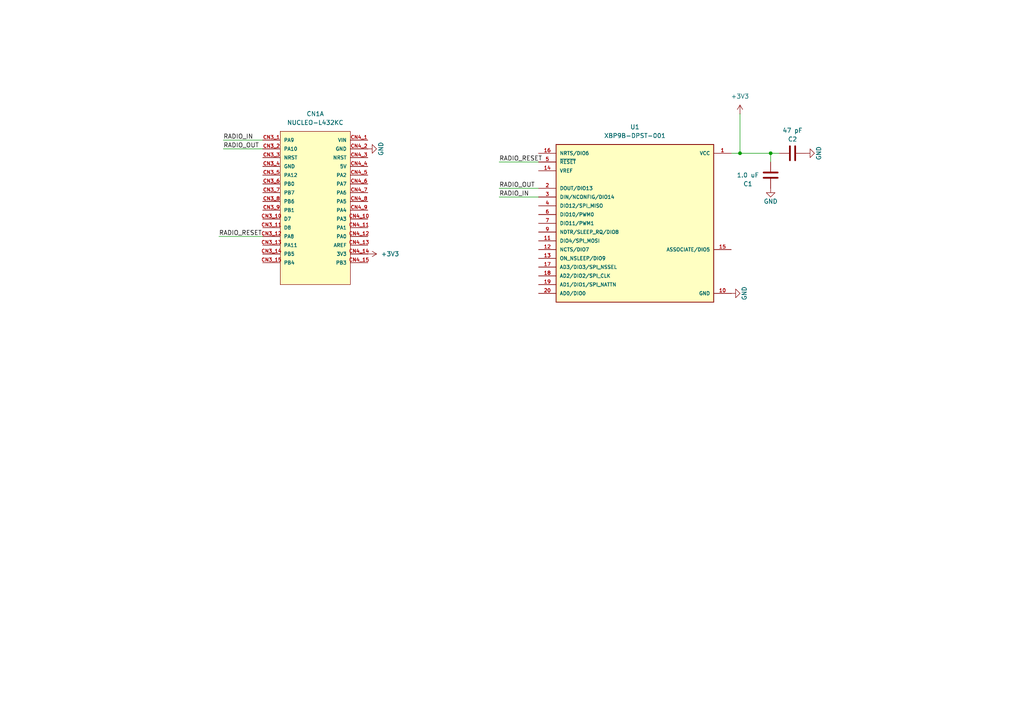
<source format=kicad_sch>
(kicad_sch (version 20231120) (generator "eeschema") (generator_version "8.0")
  (paper "A4")
  (lib_symbols
    (symbol "Device:C" (pin_numbers hide) (pin_names (offset 0.254))
      (property "Reference" "C" (at 0.635 2.54 0))
      (property "Value" "C" (at 0.635 -2.54 0))
      (symbol "C_0_1"
        (polyline (pts (xy -2.032 -0.762) (xy 2.032 -0.762)) (stroke (width 0.508)))
        (polyline (pts (xy -2.032 0.762) (xy 2.032 0.762)) (stroke (width 0.508)))
      )
      (symbol "C_1_1"
        (pin passive line (at 0 3.81 270) (length 2.794) (name "~") (number "1"))
        (pin passive line (at 0 -3.81 90) (length 2.794) (name "~") (number "2"))
      )
    )
    (symbol "FS_3_Global_Symbol_Library:NUCLEO-L432KC" (pin_names (offset 1.016))
      (property "Reference" "CN" (at 7.62 18.288 0))
      (property "Value" "NUCLEO-L432KC" (at -7.62 -25.4 0))
      (symbol "NUCLEO-L432KC_1_0"
        (rectangle (start -10.16 17.78) (end 10.16 -26.67) (stroke (width 0.1524)) (fill (type background)))
        (pin bidirectional line (at -15.24 15.24 0) (length 5.08) (name "PA9") (number "CN3_1"))
        (pin bidirectional line (at -15.24 -12.7 0) (length 5.08) (name "PA8") (number "CN3_12"))
        (pin bidirectional line (at -15.24 -15.24 0) (length 5.08) (name "PA11") (number "CN3_13"))
        (pin bidirectional line (at -15.24 -17.78 0) (length 5.08) (name "PB5") (number "CN3_14"))
        (pin bidirectional line (at -15.24 -20.32 0) (length 5.08) (name "PB4") (number "CN3_15"))
        (pin bidirectional line (at -15.24 12.7 0) (length 5.08) (name "PA10") (number "CN3_2"))
        (pin bidirectional line (at -15.24 5.08 0) (length 5.08) (name "PA12") (number "CN3_5"))
        (pin bidirectional line (at -15.24 2.54 0) (length 5.08) (name "PB0") (number "CN3_6"))
        (pin bidirectional line (at -15.24 0 0) (length 5.08) (name "PB7") (number "CN3_7"))
        (pin bidirectional line (at -15.24 -2.54 0) (length 5.08) (name "PB6") (number "CN3_8"))
        (pin bidirectional line (at -15.24 -5.08 0) (length 5.08) (name "PB1") (number "CN3_9"))
      )
      (symbol "NUCLEO-L432KC_1_1"
        (pin bidirectional line (at -15.24 -7.62 0) (length 5.08) (name "D7") (number "CN3_10"))
        (pin bidirectional line (at -15.24 -10.16 0) (length 5.08) (name "D8") (number "CN3_11"))
        (pin bidirectional line (at -15.24 10.16 0) (length 5.08) (name "NRST") (number "CN3_3"))
        (pin power_in line (at -15.24 7.62 0) (length 5.08) (name "GND") (number "CN3_4"))
        (pin power_in line (at 15.24 15.24 180) (length 5.08) (name "VIN") (number "CN4_1"))
        (pin bidirectional line (at 15.24 -7.62 180) (length 5.08) (name "PA3") (number "CN4_10"))
        (pin bidirectional line (at 15.24 -10.16 180) (length 5.08) (name "PA1") (number "CN4_11"))
        (pin bidirectional line (at 15.24 -12.7 180) (length 5.08) (name "PA0") (number "CN4_12"))
        (pin bidirectional line (at 15.24 -15.24 180) (length 5.08) (name "AREF") (number "CN4_13"))
        (pin power_out line (at 15.24 -17.78 180) (length 5.08) (name "3V3") (number "CN4_14"))
        (pin bidirectional line (at 15.24 -20.32 180) (length 5.08) (name "PB3") (number "CN4_15"))
        (pin power_in line (at 15.24 12.7 180) (length 5.08) (name "GND") (number "CN4_2"))
        (pin bidirectional line (at 15.24 10.16 180) (length 5.08) (name "NRST") (number "CN4_3"))
        (pin power_out line (at 15.24 7.62 180) (length 5.08) (name "5V") (number "CN4_4"))
        (pin bidirectional line (at 15.24 5.08 180) (length 5.08) (name "PA2") (number "CN4_5"))
        (pin bidirectional line (at 15.24 2.54 180) (length 5.08) (name "PA7") (number "CN4_6"))
        (pin bidirectional line (at 15.24 0 180) (length 5.08) (name "PA6") (number "CN4_7"))
        (pin bidirectional line (at 15.24 -2.54 180) (length 5.08) (name "PA5") (number "CN4_8"))
        (pin bidirectional line (at 15.24 -5.08 180) (length 5.08) (name "PA4") (number "CN4_9"))
      )
      (symbol "NUCLEO-L432KC_2_0"
        (rectangle (start -10.16 -17.78) (end 10.16 17.78) (stroke (width 0.1524)) (fill (type background)))
        (text "CN4" (at -10.16 18.542 0) (effects (font (size 1.778 1.778)) (justify left bottom)))
        (pin input line (at -15.24 7.62 0) (length 5.08) (name "VIN") (number "CN4_1"))
        (pin bidirectional line (at -15.24 -10.16 0) (length 5.08) (name "PA3") (number "CN4_10"))
        (pin bidirectional line (at -15.24 -5.08 0) (length 5.08) (name "PA1") (number "CN4_11"))
        (pin bidirectional line (at -15.24 -2.54 0) (length 5.08) (name "PA0") (number "CN4_12"))
        (pin bidirectional line (at 15.24 7.62 180) (length 5.08) (name "AREF") (number "CN4_13"))
        (pin power_in line (at 15.24 12.7 180) (length 5.08) (name "+3V3") (number "CN4_14"))
        (pin bidirectional line (at 15.24 2.54 180) (length 5.08) (name "PB3") (number "CN4_15"))
        (pin power_in line (at 15.24 -15.24 180) (length 5.08) (name "GND_CN4") (number "CN4_2"))
        (pin bidirectional line (at -15.24 2.54 0) (length 5.08) (name "NRST_CN4") (number "CN4_3"))
        (pin power_in line (at 15.24 15.24 180) (length 5.08) (name "+5V") (number "CN4_4"))
        (pin bidirectional line (at -15.24 -7.62 0) (length 5.08) (name "PA2") (number "CN4_5"))
        (pin bidirectional line (at 15.24 -10.16 180) (length 5.08) (name "PA7") (number "CN4_6"))
        (pin bidirectional line (at 15.24 -7.62 180) (length 5.08) (name "PA6") (number "CN4_7"))
        (pin bidirectional line (at 15.24 -5.08 180) (length 5.08) (name "PA5") (number "CN4_8"))
        (pin bidirectional line (at 15.24 -2.54 180) (length 5.08) (name "PA4") (number "CN4_9"))
      )
      (symbol "NUCLEO-L432KC_2_1"
        (pin bidirectional line (at 17.78 6.35 180) (length 5.08) (name "PA2") (number "-UB"))
      )
    )
    (symbol "FS_3_Global_Symbol_Library:XBP9B-DPST-001" (pin_names (offset 1.016))
      (property "Reference" "U" (at -22.9283 25.476 0))
      (property "Value" "XBP9B-DPST-001" (at -22.8929 -25.4366 0))
      (symbol "XBP9B-DPST-001_0_0"
        (rectangle (start -22.86 -22.86) (end 22.86 22.86) (stroke (width 0.254)) (fill (type background)))
        (pin power_in line (at 27.94 20.32 180) (length 5.08) (name "VCC") (number "1"))
        (pin power_in line (at 27.94 -20.32 180) (length 5.08) (name "GND") (number "10"))
        (pin bidirectional line (at -27.94 -5.08 0) (length 5.08) (name "DIO4/SPI_MOSI") (number "11"))
        (pin bidirectional line (at -27.94 -7.62 0) (length 5.08) (name "NCTS/DIO7") (number "12"))
        (pin bidirectional line (at -27.94 -10.16 0) (length 5.08) (name "ON_NSLEEP/DIO9") (number "13"))
        (pin input line (at -27.94 15.24 0) (length 5.08) (name "VREF") (number "14"))
        (pin output line (at 27.94 -7.62 180) (length 5.08) (name "ASSOCIATE/DIO5") (number "15"))
        (pin input line (at -27.94 20.32 0) (length 5.08) (name "NRTS/DIO6") (number "16"))
        (pin bidirectional line (at -27.94 -12.7 0) (length 5.08) (name "AD3/DIO3/SPI_NSSEL") (number "17"))
        (pin bidirectional line (at -27.94 -15.24 0) (length 5.08) (name "AD2/DIO2/SPI_CLK") (number "18"))
        (pin bidirectional line (at -27.94 -17.78 0) (length 5.08) (name "AD1/DIO1/SPI_NATTN") (number "19"))
        (pin bidirectional line (at -27.94 10.16 0) (length 5.08) (name "DOUT/DIO13") (number "2"))
        (pin bidirectional line (at -27.94 -20.32 0) (length 5.08) (name "AD0/DIO0") (number "20"))
        (pin bidirectional line (at -27.94 7.62 0) (length 5.08) (name "DIN/NCONFIG/DIO14") (number "3"))
        (pin bidirectional line (at -27.94 5.08 0) (length 5.08) (name "DIO12/SPI_MISO") (number "4"))
        (pin input line (at -27.94 17.78 0) (length 5.08) (name "~{RESET}") (number "5"))
        (pin bidirectional line (at -27.94 2.54 0) (length 5.08) (name "DIO10/PWM0") (number "6"))
        (pin bidirectional line (at -27.94 0 0) (length 5.08) (name "DIO11/PWM1") (number "7"))
        (pin bidirectional line (at -27.94 -2.54 0) (length 5.08) (name "NDTR/SLEEP_RQ/DIO8") (number "9"))
      )
    )
    (symbol "power:+5V" (power) (pin_numbers hide) (pin_names (offset 0) hide)
      (property "Value" "+5V" (at 0 3.556 0))
      (symbol "+5V_0_1"
        (polyline (pts (xy -0.762 1.27) (xy 0 2.54)))
        (polyline (pts (xy 0 0) (xy 0 2.54)))
        (polyline (pts (xy 0 2.54) (xy 0.762 1.27)))
      )
      (symbol "+5V_1_1"
        (pin power_in line (at 0 0 90) (length 0) (name "~") (number "1"))
      )
    )
    (symbol "power:GND" (power) (pin_numbers hide) (pin_names (offset 0) hide)
      (property "Value" "GND" (at 0 -3.81 0))
      (symbol "GND_0_1"
        (polyline (pts (xy 0 0) (xy 0 -1.27) (xy 1.27 -1.27) (xy 0 -2.54) (xy -1.27 -1.27) (xy 0 -1.27)))
      )
      (symbol "GND_1_1"
        (pin power_in line (at 0 0 270) (length 0) (name "~") (number "1"))
      )
    )
  )
  (junction (at 223.52 44.45))
  (junction (at 214.63 44.45))
  (wire (pts (xy 214.63 33.02) (xy 214.63 44.45)))
  (wire (pts (xy 76.2 68.58) (xy 63.5 68.58)))
  (wire (pts (xy 144.78 57.15) (xy 156.21 57.15)))
  (wire (pts (xy 144.78 54.61) (xy 156.21 54.61)))
  (wire (pts (xy 144.78 46.99) (xy 156.21 46.99)))
  (wire (pts (xy 223.52 44.45) (xy 223.52 46.99)))
  (wire (pts (xy 223.52 44.45) (xy 226.06 44.45)))
  (wire (pts (xy 212.09 44.45) (xy 214.63 44.45)))
  (wire (pts (xy 214.63 44.45) (xy 223.52 44.45)))
  (wire (pts (xy 64.77 40.64) (xy 76.2 40.64)))
  (wire (pts (xy 64.77 43.18) (xy 76.2 43.18)))
  (label "RADIO_OUT" (at 64.77 43.18 0))
  (label "RADIO_RESET" (at 144.78 46.99 0))
  (label "RADIO_RESET" (at 63.5 68.58 0))
  (label "RADIO_IN" (at 144.78 57.15 0))
  (label "RADIO_OUT" (at 144.78 54.61 0))
  (label "RADIO_IN" (at 64.77 40.64 0))
  (symbol (lib_id "power:GND") (at 106.68 43.18 90) (unit 1)
    (property "Reference" "#PWR06" (effects (hide yes)))
    (property "Value" "GND" (at 110.49 43.18 0))
  )
  (symbol (lib_id "Device:C") (at 223.52 50.8 0) (unit 1)
    (property "Reference" "C1" (at 216.916 53.34 0))
    (property "Value" "1.0 uF" (at 216.916 50.8 0))
    (property "Footprint" "Capacitor_SMD:C_0805_2012Metric_Pad1.18x1.45mm_HandSolder" (effects (hide yes)))
  )
  (symbol (lib_id "power:+5V") (at 214.63 33.02 0) (unit 1)
    (property "Reference" "#PWR05" (effects (hide yes)))
    (property "Value" "+3V3" (at 214.63 27.94 0))
  )
  (symbol (lib_id "power:GND") (at 212.09 85.09 90) (unit 1)
    (property "Reference" "#PWR01" (effects (hide yes)))
    (property "Value" "GND" (at 215.9 85.09 0))
  )
  (symbol (lib_id "FS_3_Global_Symbol_Library:XBP9B-DPST-001") (at 184.15 64.77 0) (unit 1)
    (property "Reference" "U1" (at 184.15 36.83 0))
    (property "Value" "XBP9B-DPST-001" (at 184.15 39.37 0))
    (property "Footprint" "FS_3_Global_Footprint_Library:XBP9B-DPST-001" (effects (hide yes)))
    (property "Datasheet" "https://www.digi.com/resources/documentation/digidocs/pdfs/90002173.pdf" (effects (hide yes)))
    (property "Description" "General ISM < 1GHz Transceiver Module 900MHz" (effects (hide yes)))
    (property "MANUFACTURER" "Digi International" (effects (hide yes)))
  )
  (symbol (lib_id "power:+5V") (at 106.68 73.66 270) (unit 1)
    (property "Reference" "#PWR03" (effects (hide yes)))
    (property "Value" "+3V3" (at 110.49 73.6599 90) (effects (justify left)))
  )
  (symbol (lib_id "FS_3_Global_Symbol_Library:NUCLEO-L432KC") (at 91.44 55.88 0) (unit 1)
    (property "Reference" "CN1" (at 91.44 33.02 0))
    (property "Value" "NUCLEO-L432KC" (at 91.44 35.56 0))
    (property "Footprint" "FS_3_Global_Footprint_Library:NUCLEO-L432KC" (effects (hide yes)))
    (property "Description" "STM32 Microcontroller" (effects (hide yes)))
    (property "PARTREV" "N/A" (effects (hide yes)))
    (property "STANDARD" "Manufacturer Recommendations" (effects (hide yes)))
    (property "MAXIMUM_PACKAGE_HEIGHT" "N/A" (effects (hide yes)))
    (property "MANUFACTURER" "ST Microelectronics" (effects (hide yes)))
  )
  (symbol (lib_id "power:GND") (at 223.52 54.61 0) (unit 1)
    (property "Reference" "#PWR02" (effects (hide yes)))
    (property "Value" "GND" (at 223.52 58.42 0))
  )
  (symbol (lib_id "Device:C") (at 229.87 44.45 90) (unit 1)
    (property "Reference" "C2" (at 229.87 40.386 90))
    (property "Value" "47 pF" (at 229.87 37.846 90))
    (property "Footprint" "Capacitor_SMD:C_0805_2012Metric_Pad1.18x1.45mm_HandSolder" (effects (hide yes)))
  )
  (symbol (lib_id "power:GND") (at 233.68 44.45 90) (unit 1)
    (property "Reference" "#PWR04" (effects (hide yes)))
    (property "Value" "GND" (at 237.49 44.45 0))
  )
)
</source>
